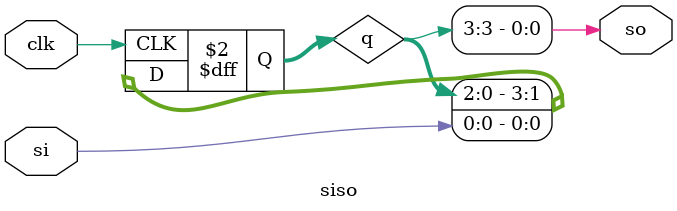
<source format=sv>

module siso (
    input  logic clk,
    input  logic si,
    output logic so
);

    logic [3:0] q;

    assign so = q[3];

    always_ff @(posedge clk)
        q <= {q[2:0], si};

endmodule

</source>
